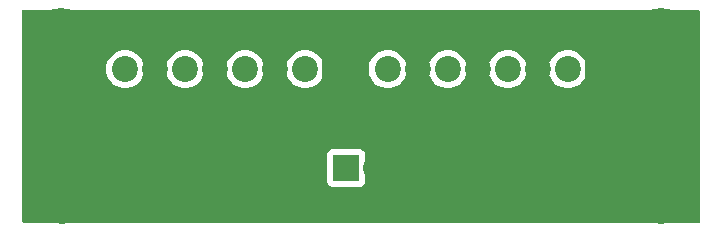
<source format=gbl>
G04 #@! TF.GenerationSoftware,KiCad,Pcbnew,(6.0.7)*
G04 #@! TF.CreationDate,2023-06-30T09:59:30-07:00*
G04 #@! TF.ProjectId,PT Board Ground Systems,50542042-6f61-4726-9420-47726f756e64,rev?*
G04 #@! TF.SameCoordinates,Original*
G04 #@! TF.FileFunction,Copper,L2,Bot*
G04 #@! TF.FilePolarity,Positive*
%FSLAX46Y46*%
G04 Gerber Fmt 4.6, Leading zero omitted, Abs format (unit mm)*
G04 Created by KiCad (PCBNEW (6.0.7)) date 2023-06-30 09:59:30*
%MOMM*%
%LPD*%
G01*
G04 APERTURE LIST*
G04 #@! TA.AperFunction,ComponentPad*
%ADD10R,2.200000X2.200000*%
G04 #@! TD*
G04 #@! TA.AperFunction,ComponentPad*
%ADD11C,2.200000*%
G04 #@! TD*
G04 #@! TA.AperFunction,ConnectorPad*
%ADD12C,5.600000*%
G04 #@! TD*
G04 #@! TA.AperFunction,ComponentPad*
%ADD13C,3.600000*%
G04 #@! TD*
G04 #@! TA.AperFunction,ViaPad*
%ADD14C,0.800000*%
G04 #@! TD*
G04 APERTURE END LIST*
D10*
X74650600Y-30937200D03*
D11*
X72110600Y-30937200D03*
X69570600Y-30937200D03*
X67030600Y-30937200D03*
X64490600Y-30937200D03*
X61950600Y-30937200D03*
X59410600Y-30937200D03*
X56870600Y-30937200D03*
D12*
X80010000Y-28575000D03*
D13*
X80010000Y-28575000D03*
D12*
X29210000Y-28575000D03*
D13*
X29210000Y-28575000D03*
D10*
X53365400Y-39319200D03*
D11*
X55905400Y-39319200D03*
D10*
X52425600Y-30937200D03*
D11*
X49885600Y-30937200D03*
X47345600Y-30937200D03*
X44805600Y-30937200D03*
X42265600Y-30937200D03*
X39725600Y-30937200D03*
X37185600Y-30937200D03*
X34645600Y-30937200D03*
D12*
X29260800Y-41275000D03*
D13*
X29260800Y-41275000D03*
X80010000Y-41275000D03*
D12*
X80010000Y-41275000D03*
D14*
X44225000Y-39375000D03*
G04 #@! TA.AperFunction,Conductor*
G36*
X83253621Y-25928502D02*
G01*
X83300114Y-25982158D01*
X83311500Y-26034500D01*
X83311500Y-43815500D01*
X83291498Y-43883621D01*
X83237842Y-43930114D01*
X83185500Y-43941500D01*
X26034500Y-43941500D01*
X25966379Y-43921498D01*
X25919886Y-43867842D01*
X25908500Y-43815500D01*
X25908500Y-40467334D01*
X51756900Y-40467334D01*
X51763655Y-40529516D01*
X51814785Y-40665905D01*
X51902139Y-40782461D01*
X52018695Y-40869815D01*
X52155084Y-40920945D01*
X52217266Y-40927700D01*
X54513534Y-40927700D01*
X54575716Y-40920945D01*
X54712105Y-40869815D01*
X54828661Y-40782461D01*
X54916015Y-40665905D01*
X54967145Y-40529516D01*
X54973900Y-40467334D01*
X54973900Y-38171066D01*
X54967145Y-38108884D01*
X54916015Y-37972495D01*
X54828661Y-37855939D01*
X54712105Y-37768585D01*
X54575716Y-37717455D01*
X54513534Y-37710700D01*
X52217266Y-37710700D01*
X52155084Y-37717455D01*
X52018695Y-37768585D01*
X51902139Y-37855939D01*
X51814785Y-37972495D01*
X51763655Y-38108884D01*
X51756900Y-38171066D01*
X51756900Y-40467334D01*
X25908500Y-40467334D01*
X25908500Y-30937200D01*
X33032126Y-30937200D01*
X33051991Y-31189603D01*
X33111095Y-31435791D01*
X33207984Y-31669702D01*
X33340272Y-31885576D01*
X33504702Y-32078098D01*
X33697224Y-32242528D01*
X33913098Y-32374816D01*
X33917668Y-32376709D01*
X33917672Y-32376711D01*
X34142436Y-32469811D01*
X34147009Y-32471705D01*
X34231632Y-32492021D01*
X34388384Y-32529654D01*
X34388390Y-32529655D01*
X34393197Y-32530809D01*
X34645600Y-32550674D01*
X34898003Y-32530809D01*
X34902810Y-32529655D01*
X34902816Y-32529654D01*
X35059568Y-32492021D01*
X35144191Y-32471705D01*
X35148764Y-32469811D01*
X35373528Y-32376711D01*
X35373532Y-32376709D01*
X35378102Y-32374816D01*
X35593976Y-32242528D01*
X35786498Y-32078098D01*
X35950928Y-31885576D01*
X36083216Y-31669702D01*
X36180105Y-31435791D01*
X36239209Y-31189603D01*
X36259074Y-30937200D01*
X38112126Y-30937200D01*
X38131991Y-31189603D01*
X38191095Y-31435791D01*
X38287984Y-31669702D01*
X38420272Y-31885576D01*
X38584702Y-32078098D01*
X38777224Y-32242528D01*
X38993098Y-32374816D01*
X38997668Y-32376709D01*
X38997672Y-32376711D01*
X39222436Y-32469811D01*
X39227009Y-32471705D01*
X39311632Y-32492021D01*
X39468384Y-32529654D01*
X39468390Y-32529655D01*
X39473197Y-32530809D01*
X39725600Y-32550674D01*
X39978003Y-32530809D01*
X39982810Y-32529655D01*
X39982816Y-32529654D01*
X40139568Y-32492021D01*
X40224191Y-32471705D01*
X40228764Y-32469811D01*
X40453528Y-32376711D01*
X40453532Y-32376709D01*
X40458102Y-32374816D01*
X40673976Y-32242528D01*
X40866498Y-32078098D01*
X41030928Y-31885576D01*
X41163216Y-31669702D01*
X41260105Y-31435791D01*
X41319209Y-31189603D01*
X41339074Y-30937200D01*
X43192126Y-30937200D01*
X43211991Y-31189603D01*
X43271095Y-31435791D01*
X43367984Y-31669702D01*
X43500272Y-31885576D01*
X43664702Y-32078098D01*
X43857224Y-32242528D01*
X44073098Y-32374816D01*
X44077668Y-32376709D01*
X44077672Y-32376711D01*
X44302436Y-32469811D01*
X44307009Y-32471705D01*
X44391632Y-32492021D01*
X44548384Y-32529654D01*
X44548390Y-32529655D01*
X44553197Y-32530809D01*
X44805600Y-32550674D01*
X45058003Y-32530809D01*
X45062810Y-32529655D01*
X45062816Y-32529654D01*
X45219568Y-32492021D01*
X45304191Y-32471705D01*
X45308764Y-32469811D01*
X45533528Y-32376711D01*
X45533532Y-32376709D01*
X45538102Y-32374816D01*
X45753976Y-32242528D01*
X45946498Y-32078098D01*
X46110928Y-31885576D01*
X46243216Y-31669702D01*
X46340105Y-31435791D01*
X46399209Y-31189603D01*
X46419074Y-30937200D01*
X48272126Y-30937200D01*
X48291991Y-31189603D01*
X48351095Y-31435791D01*
X48447984Y-31669702D01*
X48580272Y-31885576D01*
X48744702Y-32078098D01*
X48937224Y-32242528D01*
X49153098Y-32374816D01*
X49157668Y-32376709D01*
X49157672Y-32376711D01*
X49382436Y-32469811D01*
X49387009Y-32471705D01*
X49471632Y-32492021D01*
X49628384Y-32529654D01*
X49628390Y-32529655D01*
X49633197Y-32530809D01*
X49885600Y-32550674D01*
X50138003Y-32530809D01*
X50142810Y-32529655D01*
X50142816Y-32529654D01*
X50299568Y-32492021D01*
X50384191Y-32471705D01*
X50388764Y-32469811D01*
X50613528Y-32376711D01*
X50613532Y-32376709D01*
X50618102Y-32374816D01*
X50833976Y-32242528D01*
X51026498Y-32078098D01*
X51190928Y-31885576D01*
X51323216Y-31669702D01*
X51420105Y-31435791D01*
X51479209Y-31189603D01*
X51499074Y-30937200D01*
X55257126Y-30937200D01*
X55276991Y-31189603D01*
X55336095Y-31435791D01*
X55432984Y-31669702D01*
X55565272Y-31885576D01*
X55729702Y-32078098D01*
X55922224Y-32242528D01*
X56138098Y-32374816D01*
X56142668Y-32376709D01*
X56142672Y-32376711D01*
X56367436Y-32469811D01*
X56372009Y-32471705D01*
X56456632Y-32492021D01*
X56613384Y-32529654D01*
X56613390Y-32529655D01*
X56618197Y-32530809D01*
X56870600Y-32550674D01*
X57123003Y-32530809D01*
X57127810Y-32529655D01*
X57127816Y-32529654D01*
X57284568Y-32492021D01*
X57369191Y-32471705D01*
X57373764Y-32469811D01*
X57598528Y-32376711D01*
X57598532Y-32376709D01*
X57603102Y-32374816D01*
X57818976Y-32242528D01*
X58011498Y-32078098D01*
X58175928Y-31885576D01*
X58308216Y-31669702D01*
X58405105Y-31435791D01*
X58464209Y-31189603D01*
X58484074Y-30937200D01*
X60337126Y-30937200D01*
X60356991Y-31189603D01*
X60416095Y-31435791D01*
X60512984Y-31669702D01*
X60645272Y-31885576D01*
X60809702Y-32078098D01*
X61002224Y-32242528D01*
X61218098Y-32374816D01*
X61222668Y-32376709D01*
X61222672Y-32376711D01*
X61447436Y-32469811D01*
X61452009Y-32471705D01*
X61536632Y-32492021D01*
X61693384Y-32529654D01*
X61693390Y-32529655D01*
X61698197Y-32530809D01*
X61950600Y-32550674D01*
X62203003Y-32530809D01*
X62207810Y-32529655D01*
X62207816Y-32529654D01*
X62364568Y-32492021D01*
X62449191Y-32471705D01*
X62453764Y-32469811D01*
X62678528Y-32376711D01*
X62678532Y-32376709D01*
X62683102Y-32374816D01*
X62898976Y-32242528D01*
X63091498Y-32078098D01*
X63255928Y-31885576D01*
X63388216Y-31669702D01*
X63485105Y-31435791D01*
X63544209Y-31189603D01*
X63564074Y-30937200D01*
X65417126Y-30937200D01*
X65436991Y-31189603D01*
X65496095Y-31435791D01*
X65592984Y-31669702D01*
X65725272Y-31885576D01*
X65889702Y-32078098D01*
X66082224Y-32242528D01*
X66298098Y-32374816D01*
X66302668Y-32376709D01*
X66302672Y-32376711D01*
X66527436Y-32469811D01*
X66532009Y-32471705D01*
X66616632Y-32492021D01*
X66773384Y-32529654D01*
X66773390Y-32529655D01*
X66778197Y-32530809D01*
X67030600Y-32550674D01*
X67283003Y-32530809D01*
X67287810Y-32529655D01*
X67287816Y-32529654D01*
X67444568Y-32492021D01*
X67529191Y-32471705D01*
X67533764Y-32469811D01*
X67758528Y-32376711D01*
X67758532Y-32376709D01*
X67763102Y-32374816D01*
X67978976Y-32242528D01*
X68171498Y-32078098D01*
X68335928Y-31885576D01*
X68468216Y-31669702D01*
X68565105Y-31435791D01*
X68624209Y-31189603D01*
X68644074Y-30937200D01*
X70497126Y-30937200D01*
X70516991Y-31189603D01*
X70576095Y-31435791D01*
X70672984Y-31669702D01*
X70805272Y-31885576D01*
X70969702Y-32078098D01*
X71162224Y-32242528D01*
X71378098Y-32374816D01*
X71382668Y-32376709D01*
X71382672Y-32376711D01*
X71607436Y-32469811D01*
X71612009Y-32471705D01*
X71696632Y-32492021D01*
X71853384Y-32529654D01*
X71853390Y-32529655D01*
X71858197Y-32530809D01*
X72110600Y-32550674D01*
X72363003Y-32530809D01*
X72367810Y-32529655D01*
X72367816Y-32529654D01*
X72524568Y-32492021D01*
X72609191Y-32471705D01*
X72613764Y-32469811D01*
X72838528Y-32376711D01*
X72838532Y-32376709D01*
X72843102Y-32374816D01*
X73058976Y-32242528D01*
X73251498Y-32078098D01*
X73415928Y-31885576D01*
X73548216Y-31669702D01*
X73645105Y-31435791D01*
X73704209Y-31189603D01*
X73724074Y-30937200D01*
X73704209Y-30684797D01*
X73645105Y-30438609D01*
X73548216Y-30204698D01*
X73415928Y-29988824D01*
X73251498Y-29796302D01*
X73058976Y-29631872D01*
X72843102Y-29499584D01*
X72838532Y-29497691D01*
X72838528Y-29497689D01*
X72613764Y-29404589D01*
X72613762Y-29404588D01*
X72609191Y-29402695D01*
X72524568Y-29382379D01*
X72367816Y-29344746D01*
X72367810Y-29344745D01*
X72363003Y-29343591D01*
X72110600Y-29323726D01*
X71858197Y-29343591D01*
X71853390Y-29344745D01*
X71853384Y-29344746D01*
X71696632Y-29382379D01*
X71612009Y-29402695D01*
X71607438Y-29404588D01*
X71607436Y-29404589D01*
X71382672Y-29497689D01*
X71382668Y-29497691D01*
X71378098Y-29499584D01*
X71162224Y-29631872D01*
X70969702Y-29796302D01*
X70805272Y-29988824D01*
X70672984Y-30204698D01*
X70576095Y-30438609D01*
X70516991Y-30684797D01*
X70497126Y-30937200D01*
X68644074Y-30937200D01*
X68624209Y-30684797D01*
X68565105Y-30438609D01*
X68468216Y-30204698D01*
X68335928Y-29988824D01*
X68171498Y-29796302D01*
X67978976Y-29631872D01*
X67763102Y-29499584D01*
X67758532Y-29497691D01*
X67758528Y-29497689D01*
X67533764Y-29404589D01*
X67533762Y-29404588D01*
X67529191Y-29402695D01*
X67444568Y-29382379D01*
X67287816Y-29344746D01*
X67287810Y-29344745D01*
X67283003Y-29343591D01*
X67030600Y-29323726D01*
X66778197Y-29343591D01*
X66773390Y-29344745D01*
X66773384Y-29344746D01*
X66616632Y-29382379D01*
X66532009Y-29402695D01*
X66527438Y-29404588D01*
X66527436Y-29404589D01*
X66302672Y-29497689D01*
X66302668Y-29497691D01*
X66298098Y-29499584D01*
X66082224Y-29631872D01*
X65889702Y-29796302D01*
X65725272Y-29988824D01*
X65592984Y-30204698D01*
X65496095Y-30438609D01*
X65436991Y-30684797D01*
X65417126Y-30937200D01*
X63564074Y-30937200D01*
X63544209Y-30684797D01*
X63485105Y-30438609D01*
X63388216Y-30204698D01*
X63255928Y-29988824D01*
X63091498Y-29796302D01*
X62898976Y-29631872D01*
X62683102Y-29499584D01*
X62678532Y-29497691D01*
X62678528Y-29497689D01*
X62453764Y-29404589D01*
X62453762Y-29404588D01*
X62449191Y-29402695D01*
X62364568Y-29382379D01*
X62207816Y-29344746D01*
X62207810Y-29344745D01*
X62203003Y-29343591D01*
X61950600Y-29323726D01*
X61698197Y-29343591D01*
X61693390Y-29344745D01*
X61693384Y-29344746D01*
X61536632Y-29382379D01*
X61452009Y-29402695D01*
X61447438Y-29404588D01*
X61447436Y-29404589D01*
X61222672Y-29497689D01*
X61222668Y-29497691D01*
X61218098Y-29499584D01*
X61002224Y-29631872D01*
X60809702Y-29796302D01*
X60645272Y-29988824D01*
X60512984Y-30204698D01*
X60416095Y-30438609D01*
X60356991Y-30684797D01*
X60337126Y-30937200D01*
X58484074Y-30937200D01*
X58464209Y-30684797D01*
X58405105Y-30438609D01*
X58308216Y-30204698D01*
X58175928Y-29988824D01*
X58011498Y-29796302D01*
X57818976Y-29631872D01*
X57603102Y-29499584D01*
X57598532Y-29497691D01*
X57598528Y-29497689D01*
X57373764Y-29404589D01*
X57373762Y-29404588D01*
X57369191Y-29402695D01*
X57284568Y-29382379D01*
X57127816Y-29344746D01*
X57127810Y-29344745D01*
X57123003Y-29343591D01*
X56870600Y-29323726D01*
X56618197Y-29343591D01*
X56613390Y-29344745D01*
X56613384Y-29344746D01*
X56456632Y-29382379D01*
X56372009Y-29402695D01*
X56367438Y-29404588D01*
X56367436Y-29404589D01*
X56142672Y-29497689D01*
X56142668Y-29497691D01*
X56138098Y-29499584D01*
X55922224Y-29631872D01*
X55729702Y-29796302D01*
X55565272Y-29988824D01*
X55432984Y-30204698D01*
X55336095Y-30438609D01*
X55276991Y-30684797D01*
X55257126Y-30937200D01*
X51499074Y-30937200D01*
X51479209Y-30684797D01*
X51420105Y-30438609D01*
X51323216Y-30204698D01*
X51190928Y-29988824D01*
X51026498Y-29796302D01*
X50833976Y-29631872D01*
X50618102Y-29499584D01*
X50613532Y-29497691D01*
X50613528Y-29497689D01*
X50388764Y-29404589D01*
X50388762Y-29404588D01*
X50384191Y-29402695D01*
X50299568Y-29382379D01*
X50142816Y-29344746D01*
X50142810Y-29344745D01*
X50138003Y-29343591D01*
X49885600Y-29323726D01*
X49633197Y-29343591D01*
X49628390Y-29344745D01*
X49628384Y-29344746D01*
X49471632Y-29382379D01*
X49387009Y-29402695D01*
X49382438Y-29404588D01*
X49382436Y-29404589D01*
X49157672Y-29497689D01*
X49157668Y-29497691D01*
X49153098Y-29499584D01*
X48937224Y-29631872D01*
X48744702Y-29796302D01*
X48580272Y-29988824D01*
X48447984Y-30204698D01*
X48351095Y-30438609D01*
X48291991Y-30684797D01*
X48272126Y-30937200D01*
X46419074Y-30937200D01*
X46399209Y-30684797D01*
X46340105Y-30438609D01*
X46243216Y-30204698D01*
X46110928Y-29988824D01*
X45946498Y-29796302D01*
X45753976Y-29631872D01*
X45538102Y-29499584D01*
X45533532Y-29497691D01*
X45533528Y-29497689D01*
X45308764Y-29404589D01*
X45308762Y-29404588D01*
X45304191Y-29402695D01*
X45219568Y-29382379D01*
X45062816Y-29344746D01*
X45062810Y-29344745D01*
X45058003Y-29343591D01*
X44805600Y-29323726D01*
X44553197Y-29343591D01*
X44548390Y-29344745D01*
X44548384Y-29344746D01*
X44391632Y-29382379D01*
X44307009Y-29402695D01*
X44302438Y-29404588D01*
X44302436Y-29404589D01*
X44077672Y-29497689D01*
X44077668Y-29497691D01*
X44073098Y-29499584D01*
X43857224Y-29631872D01*
X43664702Y-29796302D01*
X43500272Y-29988824D01*
X43367984Y-30204698D01*
X43271095Y-30438609D01*
X43211991Y-30684797D01*
X43192126Y-30937200D01*
X41339074Y-30937200D01*
X41319209Y-30684797D01*
X41260105Y-30438609D01*
X41163216Y-30204698D01*
X41030928Y-29988824D01*
X40866498Y-29796302D01*
X40673976Y-29631872D01*
X40458102Y-29499584D01*
X40453532Y-29497691D01*
X40453528Y-29497689D01*
X40228764Y-29404589D01*
X40228762Y-29404588D01*
X40224191Y-29402695D01*
X40139568Y-29382379D01*
X39982816Y-29344746D01*
X39982810Y-29344745D01*
X39978003Y-29343591D01*
X39725600Y-29323726D01*
X39473197Y-29343591D01*
X39468390Y-29344745D01*
X39468384Y-29344746D01*
X39311632Y-29382379D01*
X39227009Y-29402695D01*
X39222438Y-29404588D01*
X39222436Y-29404589D01*
X38997672Y-29497689D01*
X38997668Y-29497691D01*
X38993098Y-29499584D01*
X38777224Y-29631872D01*
X38584702Y-29796302D01*
X38420272Y-29988824D01*
X38287984Y-30204698D01*
X38191095Y-30438609D01*
X38131991Y-30684797D01*
X38112126Y-30937200D01*
X36259074Y-30937200D01*
X36239209Y-30684797D01*
X36180105Y-30438609D01*
X36083216Y-30204698D01*
X35950928Y-29988824D01*
X35786498Y-29796302D01*
X35593976Y-29631872D01*
X35378102Y-29499584D01*
X35373532Y-29497691D01*
X35373528Y-29497689D01*
X35148764Y-29404589D01*
X35148762Y-29404588D01*
X35144191Y-29402695D01*
X35059568Y-29382379D01*
X34902816Y-29344746D01*
X34902810Y-29344745D01*
X34898003Y-29343591D01*
X34645600Y-29323726D01*
X34393197Y-29343591D01*
X34388390Y-29344745D01*
X34388384Y-29344746D01*
X34231632Y-29382379D01*
X34147009Y-29402695D01*
X34142438Y-29404588D01*
X34142436Y-29404589D01*
X33917672Y-29497689D01*
X33917668Y-29497691D01*
X33913098Y-29499584D01*
X33697224Y-29631872D01*
X33504702Y-29796302D01*
X33340272Y-29988824D01*
X33207984Y-30204698D01*
X33111095Y-30438609D01*
X33051991Y-30684797D01*
X33032126Y-30937200D01*
X25908500Y-30937200D01*
X25908500Y-26034500D01*
X25928502Y-25966379D01*
X25982158Y-25919886D01*
X26034500Y-25908500D01*
X83185500Y-25908500D01*
X83253621Y-25928502D01*
G37*
G04 #@! TD.AperFunction*
M02*

</source>
